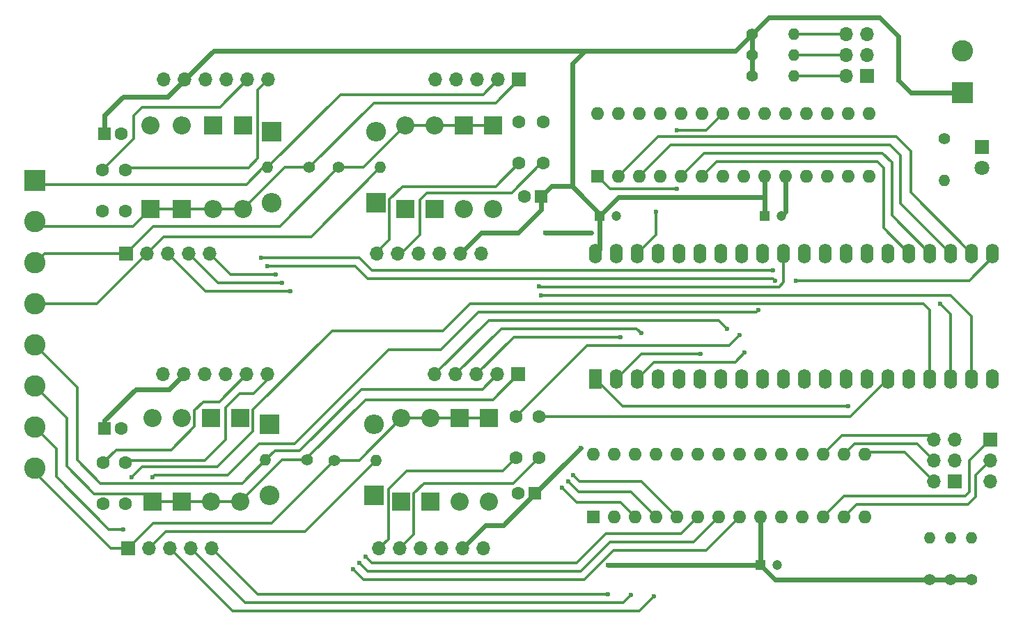
<source format=gbr>
G04 #@! TF.GenerationSoftware,KiCad,Pcbnew,8.0.5*
G04 #@! TF.CreationDate,2024-10-14T22:09:33+02:00*
G04 #@! TF.ProjectId,Exchange_ProofOfConcept,45786368-616e-4676-955f-50726f6f664f,1.0*
G04 #@! TF.SameCoordinates,Original*
G04 #@! TF.FileFunction,Copper,L1,Top*
G04 #@! TF.FilePolarity,Positive*
%FSLAX46Y46*%
G04 Gerber Fmt 4.6, Leading zero omitted, Abs format (unit mm)*
G04 Created by KiCad (PCBNEW 8.0.5) date 2024-10-14 22:09:33*
%MOMM*%
%LPD*%
G01*
G04 APERTURE LIST*
G04 #@! TA.AperFunction,ComponentPad*
%ADD10C,1.400000*%
G04 #@! TD*
G04 #@! TA.AperFunction,ComponentPad*
%ADD11O,1.400000X1.400000*%
G04 #@! TD*
G04 #@! TA.AperFunction,ComponentPad*
%ADD12R,1.200000X1.200000*%
G04 #@! TD*
G04 #@! TA.AperFunction,ComponentPad*
%ADD13C,1.200000*%
G04 #@! TD*
G04 #@! TA.AperFunction,ComponentPad*
%ADD14R,2.200000X2.200000*%
G04 #@! TD*
G04 #@! TA.AperFunction,ComponentPad*
%ADD15O,2.200000X2.200000*%
G04 #@! TD*
G04 #@! TA.AperFunction,ComponentPad*
%ADD16C,1.600000*%
G04 #@! TD*
G04 #@! TA.AperFunction,ComponentPad*
%ADD17R,1.600000X1.600000*%
G04 #@! TD*
G04 #@! TA.AperFunction,ComponentPad*
%ADD18R,1.700000X1.700000*%
G04 #@! TD*
G04 #@! TA.AperFunction,ComponentPad*
%ADD19O,1.700000X1.700000*%
G04 #@! TD*
G04 #@! TA.AperFunction,ComponentPad*
%ADD20O,1.600000X1.600000*%
G04 #@! TD*
G04 #@! TA.AperFunction,ComponentPad*
%ADD21R,2.400000X2.400000*%
G04 #@! TD*
G04 #@! TA.AperFunction,ComponentPad*
%ADD22O,2.400000X2.400000*%
G04 #@! TD*
G04 #@! TA.AperFunction,ComponentPad*
%ADD23R,2.600000X2.600000*%
G04 #@! TD*
G04 #@! TA.AperFunction,ComponentPad*
%ADD24C,2.600000*%
G04 #@! TD*
G04 #@! TA.AperFunction,ComponentPad*
%ADD25R,1.600000X2.400000*%
G04 #@! TD*
G04 #@! TA.AperFunction,ComponentPad*
%ADD26O,1.600000X2.400000*%
G04 #@! TD*
G04 #@! TA.AperFunction,ComponentPad*
%ADD27R,1.800000X1.800000*%
G04 #@! TD*
G04 #@! TA.AperFunction,ComponentPad*
%ADD28C,1.800000*%
G04 #@! TD*
G04 #@! TA.AperFunction,ViaPad*
%ADD29C,0.600000*%
G04 #@! TD*
G04 #@! TA.AperFunction,Conductor*
%ADD30C,0.600000*%
G04 #@! TD*
G04 #@! TA.AperFunction,Conductor*
%ADD31C,0.300000*%
G04 #@! TD*
G04 APERTURE END LIST*
D10*
X171228000Y-54356000D03*
D11*
X176308000Y-54356000D03*
D12*
X152729401Y-76454000D03*
D13*
X154729401Y-76454000D03*
D14*
X132620000Y-75664000D03*
D15*
X132620000Y-65504000D03*
D16*
X95028000Y-70878000D03*
X95028000Y-75878000D03*
D17*
X92520000Y-102334000D03*
D16*
X94520000Y-102334000D03*
D18*
X142780000Y-95730000D03*
D19*
X140240000Y-95730000D03*
X137700000Y-95730000D03*
X135160000Y-95730000D03*
X132620000Y-95730000D03*
X112300000Y-95730000D03*
X109760000Y-95730000D03*
X107220000Y-95730000D03*
X104680000Y-95730000D03*
X102140000Y-95730000D03*
X99600000Y-95730000D03*
D10*
X117126000Y-106144000D03*
D11*
X112046000Y-106144000D03*
D17*
X151924000Y-113030000D03*
D20*
X154464000Y-113030000D03*
X157004000Y-113030000D03*
X159544000Y-113030000D03*
X162084000Y-113030000D03*
X164624000Y-113030000D03*
X167164000Y-113030000D03*
X169704000Y-113030000D03*
X172244000Y-113030000D03*
X174784000Y-113030000D03*
X177324000Y-113030000D03*
X179864000Y-113030000D03*
X182404000Y-113030000D03*
X184944000Y-113030000D03*
X184944000Y-105410000D03*
X182404000Y-105410000D03*
X179864000Y-105410000D03*
X177324000Y-105410000D03*
X174784000Y-105410000D03*
X172244000Y-105410000D03*
X169704000Y-105410000D03*
X167164000Y-105410000D03*
X164624000Y-105410000D03*
X162084000Y-105410000D03*
X159544000Y-105410000D03*
X157004000Y-105410000D03*
X154464000Y-105410000D03*
X151924000Y-105410000D03*
D14*
X129064000Y-75664000D03*
D15*
X129064000Y-65504000D03*
D21*
X112554000Y-101826000D03*
D22*
X125254000Y-101826000D03*
D14*
X101886000Y-111224000D03*
D15*
X101886000Y-101064000D03*
D16*
X142526000Y-105850000D03*
X142526000Y-100850000D03*
X92234000Y-70878000D03*
X92234000Y-75878000D03*
D21*
X125254000Y-110462000D03*
D22*
X112554000Y-110462000D03*
D17*
X152432000Y-71628000D03*
D20*
X154972000Y-71628000D03*
X157512000Y-71628000D03*
X160052000Y-71628000D03*
X162592000Y-71628000D03*
X165132000Y-71628000D03*
X167672000Y-71628000D03*
X170212000Y-71628000D03*
X172752000Y-71628000D03*
X175292000Y-71628000D03*
X177832000Y-71628000D03*
X180372000Y-71628000D03*
X182912000Y-71628000D03*
X185452000Y-71628000D03*
X185452000Y-64008000D03*
X182912000Y-64008000D03*
X180372000Y-64008000D03*
X177832000Y-64008000D03*
X175292000Y-64008000D03*
X172752000Y-64008000D03*
X170212000Y-64008000D03*
X167672000Y-64008000D03*
X165132000Y-64008000D03*
X162592000Y-64008000D03*
X160052000Y-64008000D03*
X157512000Y-64008000D03*
X154972000Y-64008000D03*
X152432000Y-64008000D03*
D14*
X135668000Y-101064000D03*
D15*
X135668000Y-111224000D03*
D12*
X172287401Y-118872000D03*
D13*
X174287401Y-118872000D03*
D14*
X109380000Y-65476000D03*
D15*
X109380000Y-75636000D03*
D21*
X112808000Y-66238000D03*
D22*
X125508000Y-66238000D03*
D14*
X108998000Y-101064000D03*
D15*
X108998000Y-111224000D03*
D10*
X192786000Y-120650000D03*
D11*
X192786000Y-115570000D03*
D23*
X196831000Y-61468000D03*
D24*
X196831000Y-56388000D03*
D16*
X92360000Y-106478000D03*
X92360000Y-111478000D03*
D10*
X117380000Y-70584000D03*
D11*
X112300000Y-70584000D03*
D25*
X152178000Y-96266000D03*
D26*
X154718000Y-96266000D03*
X157258000Y-96266000D03*
X159798000Y-96266000D03*
X162338000Y-96266000D03*
X164878000Y-96266000D03*
X167418000Y-96266000D03*
X169958000Y-96266000D03*
X172498000Y-96266000D03*
X175038000Y-96266000D03*
X177578000Y-96266000D03*
X180118000Y-96266000D03*
X182658000Y-96266000D03*
X185198000Y-96266000D03*
X187738000Y-96266000D03*
X190278000Y-96266000D03*
X192818000Y-96266000D03*
X195358000Y-96266000D03*
X197898000Y-96266000D03*
X200438000Y-96266000D03*
X200438000Y-81026000D03*
X197898000Y-81026000D03*
X195358000Y-81026000D03*
X192818000Y-81026000D03*
X190278000Y-81026000D03*
X187738000Y-81026000D03*
X185198000Y-81026000D03*
X182658000Y-81026000D03*
X180118000Y-81026000D03*
X177578000Y-81026000D03*
X175038000Y-81026000D03*
X172498000Y-81026000D03*
X169958000Y-81026000D03*
X167418000Y-81026000D03*
X164878000Y-81026000D03*
X162338000Y-81026000D03*
X159798000Y-81026000D03*
X157258000Y-81026000D03*
X154718000Y-81026000D03*
X152178000Y-81026000D03*
D18*
X95154000Y-81026000D03*
D19*
X97694000Y-81026000D03*
X100234000Y-81026000D03*
X102774000Y-81026000D03*
X105314000Y-81026000D03*
X125634000Y-81026000D03*
X128174000Y-81026000D03*
X130714000Y-81026000D03*
X133254000Y-81026000D03*
X135794000Y-81026000D03*
X138334000Y-81026000D03*
D10*
X120428000Y-106172000D03*
D11*
X125508000Y-106172000D03*
D12*
X172795401Y-76454000D03*
D13*
X174795401Y-76454000D03*
D14*
X132112000Y-111224000D03*
D15*
X132112000Y-101064000D03*
D23*
X84055000Y-72162000D03*
D24*
X84055000Y-77162000D03*
X84055000Y-82162000D03*
X84055000Y-87162000D03*
X84055000Y-92162000D03*
X84055000Y-97162000D03*
X84055000Y-102162000D03*
X84055000Y-107162000D03*
D18*
X200184000Y-103632000D03*
D19*
X200184000Y-106172000D03*
X200184000Y-108712000D03*
D10*
X194564000Y-67056000D03*
D11*
X194564000Y-72136000D03*
D14*
X98076000Y-75636000D03*
D15*
X98076000Y-65476000D03*
D18*
X185198000Y-59436000D03*
D19*
X182658000Y-59436000D03*
X185198000Y-56896000D03*
X182658000Y-56896000D03*
X185198000Y-54356000D03*
X182658000Y-54356000D03*
D18*
X142908000Y-59888000D03*
D19*
X140368000Y-59888000D03*
X137828000Y-59888000D03*
X135288000Y-59888000D03*
X132748000Y-59888000D03*
X112428000Y-59888000D03*
X109888000Y-59888000D03*
X107348000Y-59888000D03*
X104808000Y-59888000D03*
X102268000Y-59888000D03*
X99728000Y-59888000D03*
D10*
X120936000Y-70584000D03*
D11*
X126016000Y-70584000D03*
D14*
X128556000Y-111224000D03*
D15*
X128556000Y-101064000D03*
D14*
X105696000Y-65476000D03*
D15*
X105696000Y-75636000D03*
D14*
X101886000Y-75636000D03*
D15*
X101886000Y-65476000D03*
D27*
X199136000Y-68072000D03*
D28*
X199136000Y-70612000D03*
D18*
X95408000Y-116840000D03*
D19*
X97948000Y-116840000D03*
X100488000Y-116840000D03*
X103028000Y-116840000D03*
X105568000Y-116840000D03*
X125888000Y-116840000D03*
X128428000Y-116840000D03*
X130968000Y-116840000D03*
X133508000Y-116840000D03*
X136048000Y-116840000D03*
X138588000Y-116840000D03*
D10*
X171228000Y-59436000D03*
D11*
X176308000Y-59436000D03*
D14*
X139224000Y-101064000D03*
D15*
X139224000Y-111224000D03*
D14*
X98330000Y-111224000D03*
D15*
X98330000Y-101064000D03*
D10*
X171228000Y-56896000D03*
D11*
X176308000Y-56896000D03*
D10*
X197866000Y-120650000D03*
D11*
X197866000Y-115570000D03*
D14*
X105442000Y-101064000D03*
D15*
X105442000Y-111224000D03*
D17*
X145574000Y-74140000D03*
D16*
X143574000Y-74140000D03*
X142908000Y-70076000D03*
X142908000Y-65076000D03*
X145828000Y-70076000D03*
X145828000Y-65076000D03*
D21*
X125508000Y-74902000D03*
D22*
X112808000Y-74902000D03*
D14*
X136176000Y-65504000D03*
D15*
X136176000Y-75664000D03*
D17*
X144812000Y-110208000D03*
D16*
X142812000Y-110208000D03*
D14*
X139732000Y-65504000D03*
D15*
X139732000Y-75664000D03*
D17*
X92520000Y-66520000D03*
D16*
X94520000Y-66520000D03*
D10*
X195326000Y-120650000D03*
D11*
X195326000Y-115570000D03*
D18*
X195871000Y-108697000D03*
D19*
X193331000Y-108697000D03*
X195871000Y-106157000D03*
X193331000Y-106157000D03*
X195871000Y-103617000D03*
X193331000Y-103617000D03*
D16*
X145320000Y-105850000D03*
X145320000Y-100850000D03*
X95028000Y-106478000D03*
X95028000Y-111478000D03*
D29*
X151638000Y-78486000D03*
X146050000Y-78486000D03*
X169672000Y-90932000D03*
X171978000Y-87884000D03*
X98300000Y-108206000D03*
X95758000Y-108204000D03*
X145288000Y-85062736D03*
X145542000Y-86106000D03*
X111506000Y-81534000D03*
X173736000Y-83058000D03*
X173990000Y-84328000D03*
X176530000Y-84328000D03*
X112268000Y-82550000D03*
X150400000Y-104648000D03*
X188976000Y-59944000D03*
X153702000Y-118872000D03*
X182880000Y-99568000D03*
X94774000Y-114554000D03*
X114046000Y-84582000D03*
X123476000Y-118618000D03*
X124238000Y-117856000D03*
X113316000Y-83566000D03*
X149500000Y-107950000D03*
X148876000Y-108712000D03*
X148114000Y-109474000D03*
X122714000Y-119380000D03*
X115062000Y-85598000D03*
X162084000Y-73152000D03*
X164961000Y-93218000D03*
X162052000Y-66040000D03*
X159512000Y-75946000D03*
X170323000Y-93107000D03*
X194108000Y-87122000D03*
X159258000Y-122682000D03*
X153670000Y-122428000D03*
X156464000Y-122555000D03*
X155194000Y-91186000D03*
X157728000Y-90684000D03*
X168148000Y-90170000D03*
D30*
X152654000Y-76529401D02*
X152729401Y-76454000D01*
X152654000Y-80550000D02*
X152654000Y-76529401D01*
X152178000Y-81026000D02*
X152654000Y-80550000D01*
X146050000Y-78486000D02*
X151638000Y-78486000D01*
D31*
X109760000Y-72644000D02*
X84537000Y-72644000D01*
X84537000Y-72644000D02*
X84055000Y-72162000D01*
X111820000Y-70584000D02*
X109760000Y-72644000D01*
X112300000Y-70584000D02*
X111820000Y-70584000D01*
X86614000Y-108172000D02*
X86614000Y-104721000D01*
X86614000Y-104721000D02*
X84055000Y-102162000D01*
X92996000Y-114554000D02*
X86614000Y-108172000D01*
X94774000Y-114554000D02*
X92996000Y-114554000D01*
X87884000Y-100991000D02*
X84055000Y-97162000D01*
X87884000Y-106902000D02*
X87884000Y-100991000D01*
X91210000Y-110228000D02*
X87884000Y-106902000D01*
X97334000Y-110228000D02*
X91210000Y-110228000D01*
X98330000Y-111224000D02*
X97334000Y-110228000D01*
X89154000Y-97261000D02*
X84055000Y-92162000D01*
X89154000Y-106140000D02*
X89154000Y-97261000D01*
X91980000Y-108966000D02*
X89154000Y-106140000D01*
X109224000Y-108966000D02*
X91980000Y-108966000D01*
X112046000Y-106144000D02*
X109224000Y-108966000D01*
X124206000Y-98806000D02*
X117126000Y-105886000D01*
X117126000Y-105886000D02*
X117126000Y-106144000D01*
X139704000Y-98806000D02*
X124206000Y-98806000D01*
X142780000Y-95730000D02*
X139704000Y-98806000D01*
X113196000Y-104994000D02*
X112046000Y-106144000D01*
X116240000Y-104994000D02*
X113196000Y-104994000D01*
X138434000Y-97536000D02*
X123698000Y-97536000D01*
X123698000Y-97536000D02*
X116240000Y-104994000D01*
X140240000Y-95730000D02*
X138434000Y-97536000D01*
X98556000Y-107950000D02*
X98300000Y-108206000D01*
X111252000Y-104140000D02*
X107442000Y-107950000D01*
X115570000Y-104140000D02*
X111252000Y-104140000D01*
X127000000Y-92710000D02*
X115570000Y-104140000D01*
X107442000Y-107950000D02*
X98556000Y-107950000D01*
X133350000Y-92710000D02*
X127000000Y-92710000D01*
X171724000Y-88138000D02*
X137922000Y-88138000D01*
X137922000Y-88138000D02*
X133350000Y-92710000D01*
X171978000Y-87884000D02*
X171724000Y-88138000D01*
X164116000Y-116078000D02*
X167164000Y-113030000D01*
X124480000Y-119622000D02*
X150380000Y-119622000D01*
X123476000Y-118618000D02*
X124480000Y-119622000D01*
X150380000Y-119622000D02*
X153924000Y-116078000D01*
X153924000Y-116078000D02*
X164116000Y-116078000D01*
X162592000Y-115062000D02*
X164624000Y-113030000D01*
X153416000Y-115062000D02*
X162592000Y-115062000D01*
X125000000Y-118618000D02*
X149860000Y-118618000D01*
X149860000Y-118618000D02*
X153416000Y-115062000D01*
X124238000Y-117856000D02*
X125000000Y-118618000D01*
X123444000Y-81534000D02*
X111506000Y-81534000D01*
X173736000Y-83058000D02*
X124968000Y-83058000D01*
X124968000Y-83058000D02*
X123444000Y-81534000D01*
X195326000Y-86106000D02*
X197898000Y-88678000D01*
X145542000Y-86106000D02*
X195326000Y-86106000D01*
X197898000Y-88678000D02*
X197898000Y-96266000D01*
X175038000Y-84550000D02*
X175038000Y-81026000D01*
X145288000Y-85062736D02*
X145315264Y-85090000D01*
X145315264Y-85090000D02*
X174498000Y-85090000D01*
X174498000Y-85090000D02*
X175038000Y-84550000D01*
X124460000Y-84074000D02*
X173736000Y-84074000D01*
X173736000Y-84074000D02*
X173990000Y-84328000D01*
X122936000Y-82550000D02*
X124460000Y-84074000D01*
X112268000Y-82550000D02*
X122936000Y-82550000D01*
X192818000Y-87916000D02*
X192818000Y-96266000D01*
X192024000Y-87122000D02*
X192818000Y-87916000D01*
X133604000Y-90424000D02*
X136906000Y-87122000D01*
X120142000Y-90424000D02*
X133604000Y-90424000D01*
X110548000Y-100018000D02*
X120142000Y-90424000D01*
X110548000Y-102614000D02*
X110548000Y-100018000D01*
X97028000Y-106934000D02*
X106228000Y-106934000D01*
X95758000Y-108204000D02*
X97028000Y-106934000D01*
X136906000Y-87122000D02*
X192024000Y-87122000D01*
X106228000Y-106934000D02*
X110548000Y-102614000D01*
X139196000Y-89154000D02*
X132620000Y-95730000D01*
X167132000Y-89154000D02*
X139196000Y-89154000D01*
X168148000Y-90170000D02*
X167132000Y-89154000D01*
X140720000Y-90170000D02*
X135160000Y-95730000D01*
X157728000Y-90684000D02*
X157214000Y-90170000D01*
X157214000Y-90170000D02*
X140720000Y-90170000D01*
X155194000Y-91186000D02*
X142244000Y-91186000D01*
X142244000Y-91186000D02*
X137700000Y-95730000D01*
X151174000Y-92202000D02*
X142526000Y-100850000D01*
X168402000Y-92202000D02*
X151174000Y-92202000D01*
X169672000Y-90932000D02*
X168402000Y-92202000D01*
X157766000Y-93218000D02*
X154718000Y-96266000D01*
X164961000Y-93218000D02*
X157766000Y-93218000D01*
X159290000Y-94234000D02*
X157258000Y-96266000D01*
X169196000Y-94234000D02*
X159290000Y-94234000D01*
X170323000Y-93107000D02*
X169196000Y-94234000D01*
X145320000Y-100850000D02*
X183154000Y-100850000D01*
X183154000Y-100850000D02*
X187738000Y-96266000D01*
X176530000Y-84328000D02*
X197612000Y-84328000D01*
X197612000Y-84328000D02*
X200438000Y-81502000D01*
X200438000Y-81502000D02*
X200438000Y-81026000D01*
X84055000Y-107645000D02*
X93250000Y-116840000D01*
X123448000Y-106172000D02*
X120428000Y-106172000D01*
X135668000Y-101064000D02*
X139224000Y-101064000D01*
X128556000Y-101064000D02*
X132112000Y-101064000D01*
X128556000Y-101064000D02*
X123448000Y-106172000D01*
X95408000Y-116840000D02*
X98456000Y-113792000D01*
X93250000Y-116840000D02*
X95408000Y-116840000D01*
X112808000Y-113792000D02*
X120428000Y-106172000D01*
X84055000Y-107162000D02*
X84055000Y-107645000D01*
X98456000Y-113792000D02*
X112808000Y-113792000D01*
X132112000Y-101064000D02*
X135668000Y-101064000D01*
D30*
X175260000Y-75989401D02*
X174795401Y-76454000D01*
X175292000Y-71628000D02*
X175260000Y-71660000D01*
X175260000Y-71660000D02*
X175260000Y-75989401D01*
D31*
X105442000Y-111224000D02*
X101886000Y-111224000D01*
X108998000Y-111224000D02*
X105442000Y-111224000D01*
X117126000Y-106144000D02*
X114078000Y-106144000D01*
X114078000Y-106144000D02*
X108998000Y-111224000D01*
X101886000Y-111224000D02*
X98330000Y-111224000D01*
X123984000Y-70584000D02*
X120936000Y-70584000D01*
X85191000Y-81026000D02*
X84055000Y-82162000D01*
X129064000Y-65504000D02*
X123984000Y-70584000D01*
X113796000Y-77724000D02*
X98456000Y-77724000D01*
X95154000Y-81026000D02*
X85191000Y-81026000D01*
X129064000Y-65504000D02*
X139732000Y-65504000D01*
X98456000Y-77724000D02*
X95154000Y-81026000D01*
X120936000Y-70584000D02*
X113796000Y-77724000D01*
X125226000Y-62738000D02*
X140058000Y-62738000D01*
X84055000Y-77162000D02*
X84617000Y-77724000D01*
X84617000Y-77724000D02*
X95988000Y-77724000D01*
X117380000Y-70584000D02*
X125226000Y-62738000D01*
X140058000Y-62738000D02*
X142908000Y-59888000D01*
X114432000Y-70584000D02*
X117380000Y-70584000D01*
X109380000Y-75636000D02*
X109816000Y-75636000D01*
X95988000Y-77724000D02*
X98076000Y-75636000D01*
X109380000Y-75636000D02*
X114432000Y-70584000D01*
X101886000Y-75636000D02*
X109380000Y-75636000D01*
X98076000Y-75636000D02*
X101886000Y-75636000D01*
X112046000Y-65476000D02*
X112808000Y-66238000D01*
D30*
X148622000Y-106426000D02*
X148594000Y-106426000D01*
X169196000Y-56388000D02*
X171228000Y-54356000D01*
X94742000Y-61976000D02*
X92520000Y-64198000D01*
X145574000Y-75692000D02*
X145574000Y-74140000D01*
X100180000Y-61976000D02*
X94742000Y-61976000D01*
X192786000Y-120650000D02*
X195326000Y-120650000D01*
X173260000Y-52324000D02*
X171228000Y-54356000D01*
X92520000Y-64198000D02*
X92520000Y-66520000D01*
X196831000Y-61468000D02*
X190500000Y-61468000D01*
X152729401Y-76243401D02*
X150654000Y-74168000D01*
X138842000Y-114046000D02*
X136048000Y-116840000D01*
X174022000Y-120650000D02*
X192786000Y-120650000D01*
X102268000Y-59888000D02*
X105768000Y-56388000D01*
X100334000Y-97536000D02*
X102140000Y-95730000D01*
X152729401Y-76454000D02*
X152729401Y-76243401D01*
X186690000Y-52324000D02*
X173260000Y-52324000D01*
X149352000Y-72866000D02*
X150654000Y-74168000D01*
X188976000Y-54610000D02*
X186690000Y-52324000D01*
X149352000Y-57912000D02*
X149352000Y-72866000D01*
X140974000Y-114046000D02*
X138842000Y-114046000D01*
X172287401Y-118872000D02*
X172287401Y-118915401D01*
X145574000Y-74140000D02*
X146848000Y-72866000D01*
X172752000Y-74168000D02*
X155015401Y-74168000D01*
X135794000Y-81026000D02*
X138334000Y-78486000D01*
X188976000Y-59944000D02*
X188976000Y-54610000D01*
X166402000Y-118872000D02*
X172244000Y-118872000D01*
X102268000Y-59888000D02*
X100180000Y-61976000D01*
X171228000Y-54356000D02*
X171228000Y-56896000D01*
X150876000Y-56388000D02*
X149352000Y-57912000D01*
X190500000Y-61468000D02*
X188976000Y-59944000D01*
X149352000Y-56388000D02*
X169196000Y-56388000D01*
X142780000Y-78486000D02*
X145574000Y-75692000D01*
X105768000Y-56388000D02*
X149352000Y-56388000D01*
X166402000Y-118872000D02*
X172287401Y-118872000D01*
X150400000Y-104648000D02*
X148622000Y-106426000D01*
X92520000Y-101314000D02*
X96298000Y-97536000D01*
X172287401Y-118915401D02*
X174022000Y-120650000D01*
X172752000Y-71628000D02*
X172752000Y-74168000D01*
X172752000Y-76156599D02*
X172752000Y-74168000D01*
X92520000Y-102334000D02*
X92520000Y-101314000D01*
X195326000Y-120650000D02*
X197866000Y-120650000D01*
X96298000Y-97536000D02*
X100334000Y-97536000D01*
X148594000Y-106426000D02*
X144812000Y-110208000D01*
X138334000Y-78486000D02*
X142780000Y-78486000D01*
X153702000Y-118872000D02*
X166402000Y-118872000D01*
X155015401Y-74168000D02*
X152729401Y-76454000D01*
X173049401Y-76454000D02*
X172752000Y-76156599D01*
X146848000Y-72866000D02*
X149352000Y-72866000D01*
X144812000Y-110208000D02*
X140974000Y-114046000D01*
X171228000Y-56896000D02*
X171228000Y-59436000D01*
X172244000Y-118872000D02*
X172244000Y-113030000D01*
D31*
X183928000Y-111506000D02*
X182404000Y-113030000D01*
X198374000Y-110608528D02*
X197476528Y-111506000D01*
X200184000Y-106172000D02*
X198374000Y-107982000D01*
X197476528Y-111506000D02*
X183928000Y-111506000D01*
X198374000Y-107982000D02*
X198374000Y-110608528D01*
X197612000Y-109982000D02*
X197612000Y-106204000D01*
X197612000Y-106204000D02*
X200184000Y-103632000D01*
X182404000Y-110490000D02*
X197104000Y-110490000D01*
X197104000Y-110490000D02*
X197612000Y-109982000D01*
X179864000Y-113030000D02*
X182404000Y-110490000D01*
X182880000Y-99568000D02*
X155480000Y-99568000D01*
X155480000Y-99568000D02*
X152178000Y-96266000D01*
X97948000Y-116840000D02*
X99980000Y-114808000D01*
X116872000Y-114808000D02*
X125508000Y-106172000D01*
X99980000Y-114808000D02*
X116872000Y-114808000D01*
X97694000Y-81026000D02*
X91558000Y-87162000D01*
X91558000Y-87162000D02*
X84055000Y-87162000D01*
X99726000Y-78994000D02*
X117606000Y-78994000D01*
X117606000Y-78994000D02*
X126016000Y-70584000D01*
X97694000Y-81026000D02*
X99726000Y-78994000D01*
X138534000Y-61722000D02*
X140368000Y-59888000D01*
X121162000Y-61722000D02*
X138534000Y-61722000D01*
X112300000Y-70584000D02*
X121162000Y-61722000D01*
X114046000Y-84582000D02*
X106330000Y-84582000D01*
X106330000Y-84582000D02*
X102774000Y-81026000D01*
X107854000Y-83566000D02*
X105314000Y-81026000D01*
X113316000Y-83566000D02*
X107854000Y-83566000D01*
X150262000Y-108712000D02*
X157766000Y-108712000D01*
X157766000Y-108712000D02*
X162084000Y-113030000D01*
X149500000Y-107950000D02*
X150262000Y-108712000D01*
X156496000Y-109982000D02*
X159544000Y-113030000D01*
X148876000Y-108712000D02*
X150146000Y-109982000D01*
X150146000Y-109982000D02*
X156496000Y-109982000D01*
X149892000Y-111252000D02*
X155226000Y-111252000D01*
X148114000Y-109474000D02*
X149892000Y-111252000D01*
X155226000Y-111252000D02*
X157004000Y-113030000D01*
X115062000Y-85598000D02*
X104806000Y-85598000D01*
X122714000Y-119380000D02*
X123984000Y-120650000D01*
X123984000Y-120650000D02*
X150863339Y-120650000D01*
X154419339Y-117094000D02*
X165640000Y-117094000D01*
X104806000Y-85598000D02*
X100234000Y-81026000D01*
X165640000Y-117094000D02*
X169704000Y-113030000D01*
X150863339Y-120650000D02*
X154419339Y-117094000D01*
X188214000Y-76422000D02*
X192818000Y-81026000D01*
X162592000Y-71628000D02*
X165386000Y-68834000D01*
X187071000Y-68834000D02*
X188214000Y-69977000D01*
X165386000Y-68834000D02*
X187071000Y-68834000D01*
X188214000Y-69977000D02*
X188214000Y-76422000D01*
X161322000Y-67818000D02*
X187960000Y-67818000D01*
X189262000Y-74930000D02*
X195358000Y-81026000D01*
X157512000Y-71628000D02*
X161322000Y-67818000D01*
X187960000Y-67818000D02*
X189262000Y-69120000D01*
X189262000Y-69120000D02*
X189262000Y-74930000D01*
X152432000Y-71628000D02*
X153956000Y-73152000D01*
X153956000Y-73152000D02*
X162084000Y-73152000D01*
X187198000Y-70612000D02*
X187198000Y-77946000D01*
X165132000Y-71628000D02*
X166910000Y-69850000D01*
X166910000Y-69850000D02*
X186436000Y-69850000D01*
X187198000Y-77946000D02*
X190278000Y-81026000D01*
X186436000Y-69850000D02*
X187198000Y-70612000D01*
X188722000Y-66802000D02*
X190500000Y-68580000D01*
X190500000Y-73628000D02*
X197898000Y-81026000D01*
X190500000Y-68580000D02*
X190500000Y-73628000D01*
X159798000Y-66802000D02*
X188722000Y-66802000D01*
X154972000Y-71628000D02*
X159798000Y-66802000D01*
X159512000Y-75946000D02*
X159512000Y-78772000D01*
X165640000Y-66040000D02*
X167672000Y-64008000D01*
X162052000Y-66040000D02*
X165640000Y-66040000D01*
X159512000Y-78772000D02*
X157258000Y-81026000D01*
X195358000Y-88372000D02*
X195358000Y-96266000D01*
X194108000Y-87122000D02*
X195358000Y-88372000D01*
X159258000Y-122682000D02*
X157480000Y-124460000D01*
X157480000Y-124460000D02*
X108108000Y-124460000D01*
X108108000Y-124460000D02*
X100488000Y-116840000D01*
X111156000Y-122428000D02*
X105568000Y-116840000D01*
X153670000Y-122428000D02*
X111156000Y-122428000D01*
X109632000Y-123444000D02*
X103028000Y-116840000D01*
X155575000Y-123444000D02*
X109632000Y-123444000D01*
X156464000Y-122555000D02*
X155575000Y-123444000D01*
X182658000Y-59436000D02*
X182658000Y-59944000D01*
X182658000Y-59436000D02*
X176308000Y-59436000D01*
X191334000Y-104160000D02*
X183654000Y-104160000D01*
X193331000Y-106157000D02*
X191334000Y-104160000D01*
X183654000Y-104160000D02*
X182404000Y-105410000D01*
X193331000Y-103617000D02*
X192838000Y-103124000D01*
X182150000Y-103124000D02*
X179864000Y-105410000D01*
X192838000Y-103124000D02*
X182150000Y-103124000D01*
X193331000Y-108697000D02*
X193311000Y-108697000D01*
X185198000Y-105156000D02*
X184944000Y-105410000D01*
X193311000Y-108697000D02*
X189770000Y-105156000D01*
X189770000Y-105156000D02*
X185198000Y-105156000D01*
X182658000Y-56896000D02*
X176308000Y-56896000D01*
X182658000Y-54356000D02*
X176308000Y-54356000D01*
X140934000Y-107442000D02*
X129238000Y-107442000D01*
X129238000Y-107442000D02*
X127006000Y-109674000D01*
X142526000Y-105850000D02*
X140934000Y-107442000D01*
X127006000Y-115722000D02*
X125888000Y-116840000D01*
X127006000Y-109674000D02*
X127006000Y-115722000D01*
X130106000Y-115162000D02*
X130106000Y-110210000D01*
X142212000Y-108958000D02*
X145320000Y-105850000D01*
X130106000Y-110210000D02*
X131358000Y-108958000D01*
X128428000Y-116840000D02*
X130106000Y-115162000D01*
X131358000Y-108958000D02*
X142212000Y-108958000D01*
X95334000Y-106172000D02*
X104648000Y-106172000D01*
X108930000Y-98044000D02*
X110619000Y-98044000D01*
X110619000Y-98044000D02*
X112300000Y-96363000D01*
X95028000Y-106478000D02*
X95334000Y-106172000D01*
X104648000Y-106172000D02*
X107188000Y-103632000D01*
X107188000Y-99786000D02*
X108930000Y-98044000D01*
X107188000Y-103632000D02*
X107188000Y-99786000D01*
X112042000Y-95730000D02*
X112300000Y-95730000D01*
X112300000Y-96363000D02*
X112300000Y-95730000D01*
X92360000Y-106478000D02*
X93936000Y-104902000D01*
X93936000Y-104902000D02*
X100588000Y-104902000D01*
X106430000Y-99060000D02*
X109760000Y-95730000D01*
X103436000Y-100134000D02*
X104510000Y-99060000D01*
X103436000Y-102054000D02*
X103436000Y-100134000D01*
X104510000Y-99060000D02*
X106430000Y-99060000D01*
X100588000Y-104902000D02*
X103436000Y-102054000D01*
X140086000Y-72898000D02*
X128730000Y-72898000D01*
X127158000Y-79376000D02*
X125634000Y-80900000D01*
X127158000Y-74470000D02*
X127158000Y-79376000D01*
X128730000Y-72898000D02*
X127158000Y-74470000D01*
X125634000Y-80900000D02*
X125634000Y-81026000D01*
X142908000Y-70076000D02*
X140086000Y-72898000D01*
X128556000Y-81026000D02*
X128174000Y-81026000D01*
X145588000Y-70076000D02*
X142004000Y-73660000D01*
X142004000Y-73660000D02*
X131731000Y-73660000D01*
X130842000Y-78740000D02*
X128556000Y-81026000D01*
X131731000Y-73660000D02*
X130842000Y-74549000D01*
X130842000Y-74549000D02*
X130842000Y-78740000D01*
X145828000Y-70076000D02*
X145588000Y-70076000D01*
X111158000Y-69436000D02*
X111158000Y-61158000D01*
X95294000Y-70612000D02*
X109982000Y-70612000D01*
X111158000Y-61158000D02*
X112428000Y-59888000D01*
X109982000Y-70612000D02*
X111158000Y-69436000D01*
X95028000Y-70878000D02*
X95294000Y-70612000D01*
X97028000Y-63246000D02*
X106530000Y-63246000D01*
X92234000Y-70878000D02*
X96012000Y-67100000D01*
X96012000Y-64262000D02*
X97028000Y-63246000D01*
X106530000Y-63246000D02*
X109888000Y-59888000D01*
X96012000Y-67100000D02*
X96012000Y-64262000D01*
M02*

</source>
